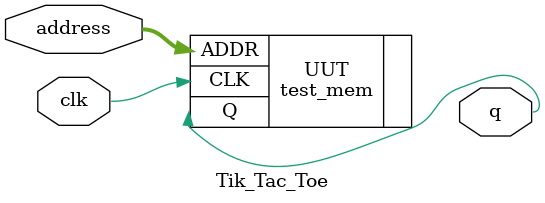
<source format=v>
`timescale 1ns/1ps

module Tik_Tac_Toe(
	input	 clk,
	input	[15:0] address,
	output q
);
	
test_mem
#(
	.DEPTH(20),
	.FILE_NAME("D:/Tik_Tac_Toe/source/matlab/Test_Imag.txt")
)
UUT
(
	.CLK(clk),
	.ADDR(address),
	.Q(q)
);
	
endmodule
</source>
